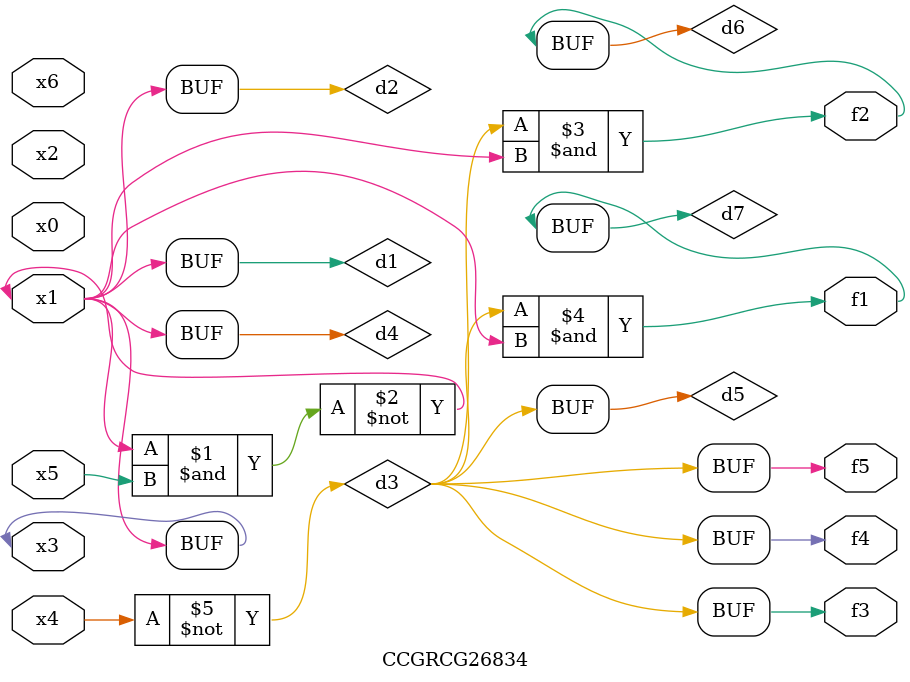
<source format=v>
module CCGRCG26834(
	input x0, x1, x2, x3, x4, x5, x6,
	output f1, f2, f3, f4, f5
);

	wire d1, d2, d3, d4, d5, d6, d7;

	buf (d1, x1, x3);
	nand (d2, x1, x5);
	not (d3, x4);
	buf (d4, d1, d2);
	buf (d5, d3);
	and (d6, d3, d4);
	and (d7, d3, d4);
	assign f1 = d7;
	assign f2 = d6;
	assign f3 = d5;
	assign f4 = d5;
	assign f5 = d5;
endmodule

</source>
